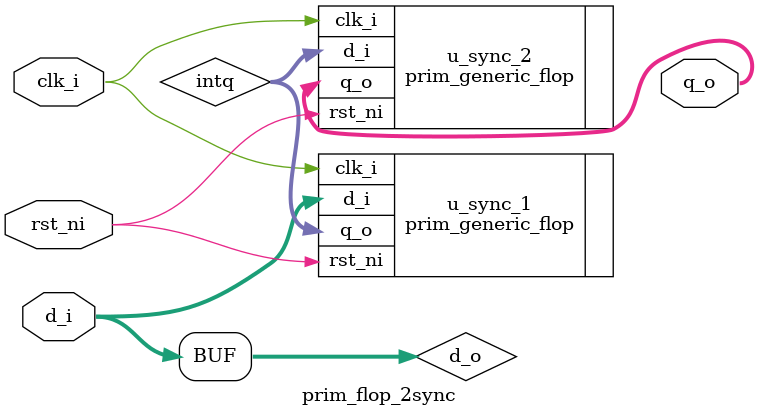
<source format=sv>

module prim_flop_2sync #(
  parameter int               Width      = 16,
  parameter logic [Width-1:0] ResetValue = '0,
  parameter bit               EnablePrimCdcRand = 1
) (
  input                    clk_i,
  input                    rst_ni,
  input        [Width-1:0] d_i,
  output logic [Width-1:0] q_o
);

  logic [Width-1:0] d_o;
  logic [Width-1:0] intq;

`ifdef SIMULATION

  prim_cdc_rand_delay #(
    .DataWidth(Width),
    .Enable(EnablePrimCdcRand)
  ) u_prim_cdc_rand_delay (
    .clk_i,
    .rst_ni,
    .src_data_i(d_i),
    .prev_data_i(intq),
    .dst_data_o(d_o)
  );
`else // !`ifdef SIMULATION
   always_comb d_o = d_i;
`endif // !`ifdef SIMULATION

  prim_generic_flop #(
    .Width(Width),
    .ResetValue(ResetValue)
  ) u_sync_1 (
    .clk_i,
    .rst_ni,
    .d_i(d_o),
    .q_o(intq)
  );

  prim_generic_flop #(
    .Width(Width),
    .ResetValue(ResetValue)
  ) u_sync_2 (
    .clk_i,
    .rst_ni,
    .d_i(intq),
    .q_o
  );

endmodule : prim_flop_2sync

</source>
